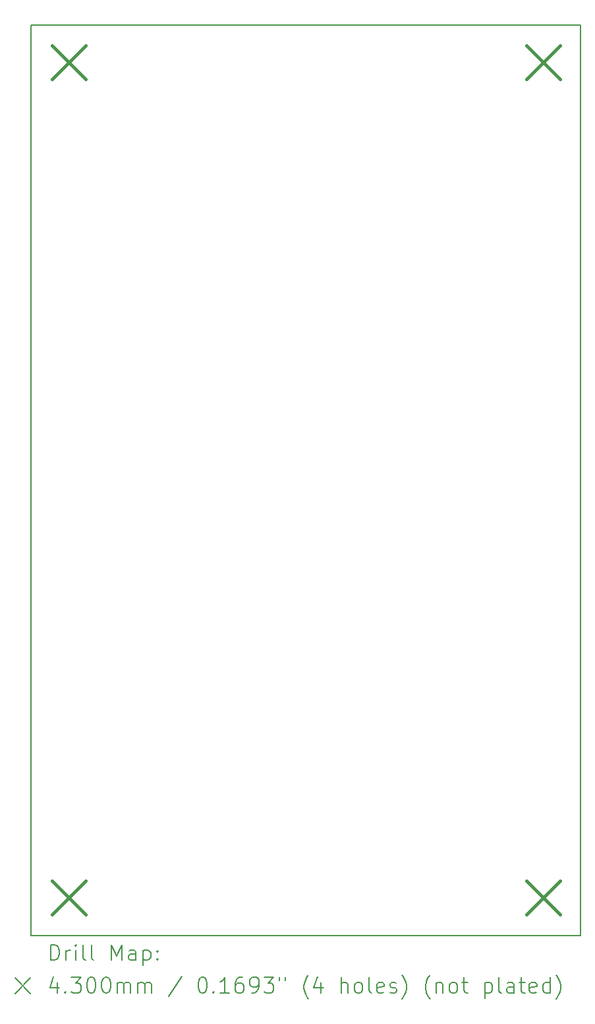
<source format=gbr>
%TF.GenerationSoftware,KiCad,Pcbnew,6.0.11-2627ca5db0~126~ubuntu20.04.1*%
%TF.CreationDate,2024-05-08T08:33:13-06:00*%
%TF.ProjectId,LaserPID,4c617365-7250-4494-942e-6b696361645f,rev?*%
%TF.SameCoordinates,Original*%
%TF.FileFunction,Drillmap*%
%TF.FilePolarity,Positive*%
%FSLAX45Y45*%
G04 Gerber Fmt 4.5, Leading zero omitted, Abs format (unit mm)*
G04 Created by KiCad (PCBNEW 6.0.11-2627ca5db0~126~ubuntu20.04.1) date 2024-05-08 08:33:13*
%MOMM*%
%LPD*%
G01*
G04 APERTURE LIST*
%ADD10C,0.150000*%
%ADD11C,0.200000*%
%ADD12C,0.430000*%
G04 APERTURE END LIST*
D10*
X74676000Y-1905000D02*
X74676000Y-13589000D01*
X74676000Y-1905000D02*
X81737200Y-1905000D01*
X74676000Y-13589000D02*
X81737200Y-13589000D01*
X81737200Y-13589000D02*
X81737200Y-1905000D01*
D11*
D12*
X74943600Y-2172600D02*
X75373600Y-2602600D01*
X75373600Y-2172600D02*
X74943600Y-2602600D01*
X74943600Y-12891400D02*
X75373600Y-13321400D01*
X75373600Y-12891400D02*
X74943600Y-13321400D01*
X81039600Y-2172600D02*
X81469600Y-2602600D01*
X81469600Y-2172600D02*
X81039600Y-2602600D01*
X81039600Y-12891400D02*
X81469600Y-13321400D01*
X81469600Y-12891400D02*
X81039600Y-13321400D01*
D11*
X74926119Y-13906976D02*
X74926119Y-13706976D01*
X74973738Y-13706976D01*
X75002310Y-13716500D01*
X75021357Y-13735548D01*
X75030881Y-13754595D01*
X75040405Y-13792690D01*
X75040405Y-13821262D01*
X75030881Y-13859357D01*
X75021357Y-13878405D01*
X75002310Y-13897452D01*
X74973738Y-13906976D01*
X74926119Y-13906976D01*
X75126119Y-13906976D02*
X75126119Y-13773643D01*
X75126119Y-13811738D02*
X75135643Y-13792690D01*
X75145167Y-13783167D01*
X75164214Y-13773643D01*
X75183262Y-13773643D01*
X75249929Y-13906976D02*
X75249929Y-13773643D01*
X75249929Y-13706976D02*
X75240405Y-13716500D01*
X75249929Y-13726024D01*
X75259452Y-13716500D01*
X75249929Y-13706976D01*
X75249929Y-13726024D01*
X75373738Y-13906976D02*
X75354690Y-13897452D01*
X75345167Y-13878405D01*
X75345167Y-13706976D01*
X75478500Y-13906976D02*
X75459452Y-13897452D01*
X75449929Y-13878405D01*
X75449929Y-13706976D01*
X75707071Y-13906976D02*
X75707071Y-13706976D01*
X75773738Y-13849833D01*
X75840405Y-13706976D01*
X75840405Y-13906976D01*
X76021357Y-13906976D02*
X76021357Y-13802214D01*
X76011833Y-13783167D01*
X75992786Y-13773643D01*
X75954690Y-13773643D01*
X75935643Y-13783167D01*
X76021357Y-13897452D02*
X76002310Y-13906976D01*
X75954690Y-13906976D01*
X75935643Y-13897452D01*
X75926119Y-13878405D01*
X75926119Y-13859357D01*
X75935643Y-13840309D01*
X75954690Y-13830786D01*
X76002310Y-13830786D01*
X76021357Y-13821262D01*
X76116595Y-13773643D02*
X76116595Y-13973643D01*
X76116595Y-13783167D02*
X76135643Y-13773643D01*
X76173738Y-13773643D01*
X76192786Y-13783167D01*
X76202310Y-13792690D01*
X76211833Y-13811738D01*
X76211833Y-13868881D01*
X76202310Y-13887928D01*
X76192786Y-13897452D01*
X76173738Y-13906976D01*
X76135643Y-13906976D01*
X76116595Y-13897452D01*
X76297548Y-13887928D02*
X76307071Y-13897452D01*
X76297548Y-13906976D01*
X76288024Y-13897452D01*
X76297548Y-13887928D01*
X76297548Y-13906976D01*
X76297548Y-13783167D02*
X76307071Y-13792690D01*
X76297548Y-13802214D01*
X76288024Y-13792690D01*
X76297548Y-13783167D01*
X76297548Y-13802214D01*
X74468500Y-14136500D02*
X74668500Y-14336500D01*
X74668500Y-14136500D02*
X74468500Y-14336500D01*
X75011833Y-14193643D02*
X75011833Y-14326976D01*
X74964214Y-14117452D02*
X74916595Y-14260309D01*
X75040405Y-14260309D01*
X75116595Y-14307928D02*
X75126119Y-14317452D01*
X75116595Y-14326976D01*
X75107071Y-14317452D01*
X75116595Y-14307928D01*
X75116595Y-14326976D01*
X75192786Y-14126976D02*
X75316595Y-14126976D01*
X75249929Y-14203167D01*
X75278500Y-14203167D01*
X75297548Y-14212690D01*
X75307071Y-14222214D01*
X75316595Y-14241262D01*
X75316595Y-14288881D01*
X75307071Y-14307928D01*
X75297548Y-14317452D01*
X75278500Y-14326976D01*
X75221357Y-14326976D01*
X75202310Y-14317452D01*
X75192786Y-14307928D01*
X75440405Y-14126976D02*
X75459452Y-14126976D01*
X75478500Y-14136500D01*
X75488024Y-14146024D01*
X75497548Y-14165071D01*
X75507071Y-14203167D01*
X75507071Y-14250786D01*
X75497548Y-14288881D01*
X75488024Y-14307928D01*
X75478500Y-14317452D01*
X75459452Y-14326976D01*
X75440405Y-14326976D01*
X75421357Y-14317452D01*
X75411833Y-14307928D01*
X75402310Y-14288881D01*
X75392786Y-14250786D01*
X75392786Y-14203167D01*
X75402310Y-14165071D01*
X75411833Y-14146024D01*
X75421357Y-14136500D01*
X75440405Y-14126976D01*
X75630881Y-14126976D02*
X75649929Y-14126976D01*
X75668976Y-14136500D01*
X75678500Y-14146024D01*
X75688024Y-14165071D01*
X75697548Y-14203167D01*
X75697548Y-14250786D01*
X75688024Y-14288881D01*
X75678500Y-14307928D01*
X75668976Y-14317452D01*
X75649929Y-14326976D01*
X75630881Y-14326976D01*
X75611833Y-14317452D01*
X75602310Y-14307928D01*
X75592786Y-14288881D01*
X75583262Y-14250786D01*
X75583262Y-14203167D01*
X75592786Y-14165071D01*
X75602310Y-14146024D01*
X75611833Y-14136500D01*
X75630881Y-14126976D01*
X75783262Y-14326976D02*
X75783262Y-14193643D01*
X75783262Y-14212690D02*
X75792786Y-14203167D01*
X75811833Y-14193643D01*
X75840405Y-14193643D01*
X75859452Y-14203167D01*
X75868976Y-14222214D01*
X75868976Y-14326976D01*
X75868976Y-14222214D02*
X75878500Y-14203167D01*
X75897548Y-14193643D01*
X75926119Y-14193643D01*
X75945167Y-14203167D01*
X75954690Y-14222214D01*
X75954690Y-14326976D01*
X76049929Y-14326976D02*
X76049929Y-14193643D01*
X76049929Y-14212690D02*
X76059452Y-14203167D01*
X76078500Y-14193643D01*
X76107071Y-14193643D01*
X76126119Y-14203167D01*
X76135643Y-14222214D01*
X76135643Y-14326976D01*
X76135643Y-14222214D02*
X76145167Y-14203167D01*
X76164214Y-14193643D01*
X76192786Y-14193643D01*
X76211833Y-14203167D01*
X76221357Y-14222214D01*
X76221357Y-14326976D01*
X76611833Y-14117452D02*
X76440405Y-14374595D01*
X76868976Y-14126976D02*
X76888024Y-14126976D01*
X76907071Y-14136500D01*
X76916595Y-14146024D01*
X76926119Y-14165071D01*
X76935643Y-14203167D01*
X76935643Y-14250786D01*
X76926119Y-14288881D01*
X76916595Y-14307928D01*
X76907071Y-14317452D01*
X76888024Y-14326976D01*
X76868976Y-14326976D01*
X76849929Y-14317452D01*
X76840405Y-14307928D01*
X76830881Y-14288881D01*
X76821357Y-14250786D01*
X76821357Y-14203167D01*
X76830881Y-14165071D01*
X76840405Y-14146024D01*
X76849929Y-14136500D01*
X76868976Y-14126976D01*
X77021357Y-14307928D02*
X77030881Y-14317452D01*
X77021357Y-14326976D01*
X77011833Y-14317452D01*
X77021357Y-14307928D01*
X77021357Y-14326976D01*
X77221357Y-14326976D02*
X77107071Y-14326976D01*
X77164214Y-14326976D02*
X77164214Y-14126976D01*
X77145167Y-14155548D01*
X77126119Y-14174595D01*
X77107071Y-14184119D01*
X77392786Y-14126976D02*
X77354690Y-14126976D01*
X77335643Y-14136500D01*
X77326119Y-14146024D01*
X77307071Y-14174595D01*
X77297548Y-14212690D01*
X77297548Y-14288881D01*
X77307071Y-14307928D01*
X77316595Y-14317452D01*
X77335643Y-14326976D01*
X77373738Y-14326976D01*
X77392786Y-14317452D01*
X77402310Y-14307928D01*
X77411833Y-14288881D01*
X77411833Y-14241262D01*
X77402310Y-14222214D01*
X77392786Y-14212690D01*
X77373738Y-14203167D01*
X77335643Y-14203167D01*
X77316595Y-14212690D01*
X77307071Y-14222214D01*
X77297548Y-14241262D01*
X77507071Y-14326976D02*
X77545167Y-14326976D01*
X77564214Y-14317452D01*
X77573738Y-14307928D01*
X77592786Y-14279357D01*
X77602310Y-14241262D01*
X77602310Y-14165071D01*
X77592786Y-14146024D01*
X77583262Y-14136500D01*
X77564214Y-14126976D01*
X77526119Y-14126976D01*
X77507071Y-14136500D01*
X77497548Y-14146024D01*
X77488024Y-14165071D01*
X77488024Y-14212690D01*
X77497548Y-14231738D01*
X77507071Y-14241262D01*
X77526119Y-14250786D01*
X77564214Y-14250786D01*
X77583262Y-14241262D01*
X77592786Y-14231738D01*
X77602310Y-14212690D01*
X77668976Y-14126976D02*
X77792786Y-14126976D01*
X77726119Y-14203167D01*
X77754690Y-14203167D01*
X77773738Y-14212690D01*
X77783262Y-14222214D01*
X77792786Y-14241262D01*
X77792786Y-14288881D01*
X77783262Y-14307928D01*
X77773738Y-14317452D01*
X77754690Y-14326976D01*
X77697548Y-14326976D01*
X77678500Y-14317452D01*
X77668976Y-14307928D01*
X77868976Y-14126976D02*
X77868976Y-14165071D01*
X77945167Y-14126976D02*
X77945167Y-14165071D01*
X78240405Y-14403167D02*
X78230881Y-14393643D01*
X78211833Y-14365071D01*
X78202310Y-14346024D01*
X78192786Y-14317452D01*
X78183262Y-14269833D01*
X78183262Y-14231738D01*
X78192786Y-14184119D01*
X78202310Y-14155548D01*
X78211833Y-14136500D01*
X78230881Y-14107928D01*
X78240405Y-14098405D01*
X78402310Y-14193643D02*
X78402310Y-14326976D01*
X78354690Y-14117452D02*
X78307071Y-14260309D01*
X78430881Y-14260309D01*
X78659452Y-14326976D02*
X78659452Y-14126976D01*
X78745167Y-14326976D02*
X78745167Y-14222214D01*
X78735643Y-14203167D01*
X78716595Y-14193643D01*
X78688024Y-14193643D01*
X78668976Y-14203167D01*
X78659452Y-14212690D01*
X78868976Y-14326976D02*
X78849929Y-14317452D01*
X78840405Y-14307928D01*
X78830881Y-14288881D01*
X78830881Y-14231738D01*
X78840405Y-14212690D01*
X78849929Y-14203167D01*
X78868976Y-14193643D01*
X78897548Y-14193643D01*
X78916595Y-14203167D01*
X78926119Y-14212690D01*
X78935643Y-14231738D01*
X78935643Y-14288881D01*
X78926119Y-14307928D01*
X78916595Y-14317452D01*
X78897548Y-14326976D01*
X78868976Y-14326976D01*
X79049929Y-14326976D02*
X79030881Y-14317452D01*
X79021357Y-14298405D01*
X79021357Y-14126976D01*
X79202310Y-14317452D02*
X79183262Y-14326976D01*
X79145167Y-14326976D01*
X79126119Y-14317452D01*
X79116595Y-14298405D01*
X79116595Y-14222214D01*
X79126119Y-14203167D01*
X79145167Y-14193643D01*
X79183262Y-14193643D01*
X79202310Y-14203167D01*
X79211833Y-14222214D01*
X79211833Y-14241262D01*
X79116595Y-14260309D01*
X79288024Y-14317452D02*
X79307071Y-14326976D01*
X79345167Y-14326976D01*
X79364214Y-14317452D01*
X79373738Y-14298405D01*
X79373738Y-14288881D01*
X79364214Y-14269833D01*
X79345167Y-14260309D01*
X79316595Y-14260309D01*
X79297548Y-14250786D01*
X79288024Y-14231738D01*
X79288024Y-14222214D01*
X79297548Y-14203167D01*
X79316595Y-14193643D01*
X79345167Y-14193643D01*
X79364214Y-14203167D01*
X79440405Y-14403167D02*
X79449929Y-14393643D01*
X79468976Y-14365071D01*
X79478500Y-14346024D01*
X79488024Y-14317452D01*
X79497548Y-14269833D01*
X79497548Y-14231738D01*
X79488024Y-14184119D01*
X79478500Y-14155548D01*
X79468976Y-14136500D01*
X79449929Y-14107928D01*
X79440405Y-14098405D01*
X79802310Y-14403167D02*
X79792786Y-14393643D01*
X79773738Y-14365071D01*
X79764214Y-14346024D01*
X79754690Y-14317452D01*
X79745167Y-14269833D01*
X79745167Y-14231738D01*
X79754690Y-14184119D01*
X79764214Y-14155548D01*
X79773738Y-14136500D01*
X79792786Y-14107928D01*
X79802310Y-14098405D01*
X79878500Y-14193643D02*
X79878500Y-14326976D01*
X79878500Y-14212690D02*
X79888024Y-14203167D01*
X79907071Y-14193643D01*
X79935643Y-14193643D01*
X79954690Y-14203167D01*
X79964214Y-14222214D01*
X79964214Y-14326976D01*
X80088024Y-14326976D02*
X80068976Y-14317452D01*
X80059452Y-14307928D01*
X80049929Y-14288881D01*
X80049929Y-14231738D01*
X80059452Y-14212690D01*
X80068976Y-14203167D01*
X80088024Y-14193643D01*
X80116595Y-14193643D01*
X80135643Y-14203167D01*
X80145167Y-14212690D01*
X80154690Y-14231738D01*
X80154690Y-14288881D01*
X80145167Y-14307928D01*
X80135643Y-14317452D01*
X80116595Y-14326976D01*
X80088024Y-14326976D01*
X80211833Y-14193643D02*
X80288024Y-14193643D01*
X80240405Y-14126976D02*
X80240405Y-14298405D01*
X80249929Y-14317452D01*
X80268976Y-14326976D01*
X80288024Y-14326976D01*
X80507071Y-14193643D02*
X80507071Y-14393643D01*
X80507071Y-14203167D02*
X80526119Y-14193643D01*
X80564214Y-14193643D01*
X80583262Y-14203167D01*
X80592786Y-14212690D01*
X80602310Y-14231738D01*
X80602310Y-14288881D01*
X80592786Y-14307928D01*
X80583262Y-14317452D01*
X80564214Y-14326976D01*
X80526119Y-14326976D01*
X80507071Y-14317452D01*
X80716595Y-14326976D02*
X80697548Y-14317452D01*
X80688024Y-14298405D01*
X80688024Y-14126976D01*
X80878500Y-14326976D02*
X80878500Y-14222214D01*
X80868976Y-14203167D01*
X80849929Y-14193643D01*
X80811833Y-14193643D01*
X80792786Y-14203167D01*
X80878500Y-14317452D02*
X80859452Y-14326976D01*
X80811833Y-14326976D01*
X80792786Y-14317452D01*
X80783262Y-14298405D01*
X80783262Y-14279357D01*
X80792786Y-14260309D01*
X80811833Y-14250786D01*
X80859452Y-14250786D01*
X80878500Y-14241262D01*
X80945167Y-14193643D02*
X81021357Y-14193643D01*
X80973738Y-14126976D02*
X80973738Y-14298405D01*
X80983262Y-14317452D01*
X81002310Y-14326976D01*
X81021357Y-14326976D01*
X81164214Y-14317452D02*
X81145167Y-14326976D01*
X81107071Y-14326976D01*
X81088024Y-14317452D01*
X81078500Y-14298405D01*
X81078500Y-14222214D01*
X81088024Y-14203167D01*
X81107071Y-14193643D01*
X81145167Y-14193643D01*
X81164214Y-14203167D01*
X81173738Y-14222214D01*
X81173738Y-14241262D01*
X81078500Y-14260309D01*
X81345167Y-14326976D02*
X81345167Y-14126976D01*
X81345167Y-14317452D02*
X81326119Y-14326976D01*
X81288024Y-14326976D01*
X81268976Y-14317452D01*
X81259452Y-14307928D01*
X81249929Y-14288881D01*
X81249929Y-14231738D01*
X81259452Y-14212690D01*
X81268976Y-14203167D01*
X81288024Y-14193643D01*
X81326119Y-14193643D01*
X81345167Y-14203167D01*
X81421357Y-14403167D02*
X81430881Y-14393643D01*
X81449929Y-14365071D01*
X81459452Y-14346024D01*
X81468976Y-14317452D01*
X81478500Y-14269833D01*
X81478500Y-14231738D01*
X81468976Y-14184119D01*
X81459452Y-14155548D01*
X81449929Y-14136500D01*
X81430881Y-14107928D01*
X81421357Y-14098405D01*
M02*

</source>
